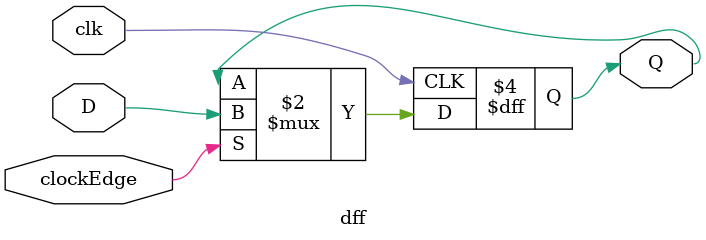
<source format=v>

module dff
#(parameter width = 1)
(
input                   clk,            // Global FPGA Clock
input                   clockEdge,      // Device Clock Edge
input       [width-1:0] D,              // Input
output reg  [width-1:0] Q               // Output
    );

    always @(posedge clk) begin
        if (clockEdge) begin
            Q <= D;
        end
    end
endmodule

</source>
